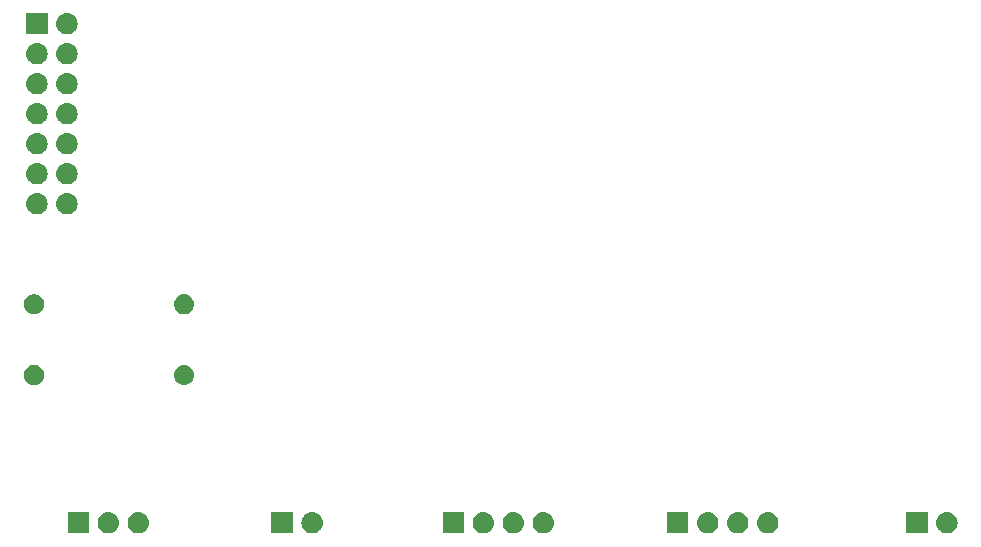
<source format=gbr>
G04 #@! TF.GenerationSoftware,KiCad,Pcbnew,(5.1.4)-1*
G04 #@! TF.CreationDate,2019-08-22T22:42:39+09:00*
G04 #@! TF.ProjectId,kagisys_shield,6b616769-7379-4735-9f73-6869656c642e,rev?*
G04 #@! TF.SameCoordinates,Original*
G04 #@! TF.FileFunction,Soldermask,Bot*
G04 #@! TF.FilePolarity,Negative*
%FSLAX46Y46*%
G04 Gerber Fmt 4.6, Leading zero omitted, Abs format (unit mm)*
G04 Created by KiCad (PCBNEW (5.1.4)-1) date 2019-08-22 22:42:39*
%MOMM*%
%LPD*%
G04 APERTURE LIST*
%ADD10C,0.100000*%
G04 APERTURE END LIST*
D10*
G36*
X159901000Y-99901000D02*
G01*
X158099000Y-99901000D01*
X158099000Y-98099000D01*
X159901000Y-98099000D01*
X159901000Y-99901000D01*
X159901000Y-99901000D01*
G37*
G36*
X161650442Y-98105518D02*
G01*
X161716627Y-98112037D01*
X161886466Y-98163557D01*
X162042991Y-98247222D01*
X162078729Y-98276552D01*
X162180186Y-98359814D01*
X162263448Y-98461271D01*
X162292778Y-98497009D01*
X162376443Y-98653534D01*
X162427963Y-98823373D01*
X162445359Y-99000000D01*
X162427963Y-99176627D01*
X162376443Y-99346466D01*
X162292778Y-99502991D01*
X162263448Y-99538729D01*
X162180186Y-99640186D01*
X162078729Y-99723448D01*
X162042991Y-99752778D01*
X161886466Y-99836443D01*
X161716627Y-99887963D01*
X161650443Y-99894481D01*
X161584260Y-99901000D01*
X161495740Y-99901000D01*
X161429557Y-99894481D01*
X161363373Y-99887963D01*
X161193534Y-99836443D01*
X161037009Y-99752778D01*
X161001271Y-99723448D01*
X160899814Y-99640186D01*
X160816552Y-99538729D01*
X160787222Y-99502991D01*
X160703557Y-99346466D01*
X160652037Y-99176627D01*
X160634641Y-99000000D01*
X160652037Y-98823373D01*
X160703557Y-98653534D01*
X160787222Y-98497009D01*
X160816552Y-98461271D01*
X160899814Y-98359814D01*
X161001271Y-98276552D01*
X161037009Y-98247222D01*
X161193534Y-98163557D01*
X161363373Y-98112037D01*
X161429558Y-98105518D01*
X161495740Y-98099000D01*
X161584260Y-98099000D01*
X161650442Y-98105518D01*
X161650442Y-98105518D01*
G37*
G36*
X164190442Y-98105518D02*
G01*
X164256627Y-98112037D01*
X164426466Y-98163557D01*
X164582991Y-98247222D01*
X164618729Y-98276552D01*
X164720186Y-98359814D01*
X164803448Y-98461271D01*
X164832778Y-98497009D01*
X164916443Y-98653534D01*
X164967963Y-98823373D01*
X164985359Y-99000000D01*
X164967963Y-99176627D01*
X164916443Y-99346466D01*
X164832778Y-99502991D01*
X164803448Y-99538729D01*
X164720186Y-99640186D01*
X164618729Y-99723448D01*
X164582991Y-99752778D01*
X164426466Y-99836443D01*
X164256627Y-99887963D01*
X164190443Y-99894481D01*
X164124260Y-99901000D01*
X164035740Y-99901000D01*
X163969557Y-99894481D01*
X163903373Y-99887963D01*
X163733534Y-99836443D01*
X163577009Y-99752778D01*
X163541271Y-99723448D01*
X163439814Y-99640186D01*
X163356552Y-99538729D01*
X163327222Y-99502991D01*
X163243557Y-99346466D01*
X163192037Y-99176627D01*
X163174641Y-99000000D01*
X163192037Y-98823373D01*
X163243557Y-98653534D01*
X163327222Y-98497009D01*
X163356552Y-98461271D01*
X163439814Y-98359814D01*
X163541271Y-98276552D01*
X163577009Y-98247222D01*
X163733534Y-98163557D01*
X163903373Y-98112037D01*
X163969558Y-98105518D01*
X164035740Y-98099000D01*
X164124260Y-98099000D01*
X164190442Y-98105518D01*
X164190442Y-98105518D01*
G37*
G36*
X166730442Y-98105518D02*
G01*
X166796627Y-98112037D01*
X166966466Y-98163557D01*
X167122991Y-98247222D01*
X167158729Y-98276552D01*
X167260186Y-98359814D01*
X167343448Y-98461271D01*
X167372778Y-98497009D01*
X167456443Y-98653534D01*
X167507963Y-98823373D01*
X167525359Y-99000000D01*
X167507963Y-99176627D01*
X167456443Y-99346466D01*
X167372778Y-99502991D01*
X167343448Y-99538729D01*
X167260186Y-99640186D01*
X167158729Y-99723448D01*
X167122991Y-99752778D01*
X166966466Y-99836443D01*
X166796627Y-99887963D01*
X166730443Y-99894481D01*
X166664260Y-99901000D01*
X166575740Y-99901000D01*
X166509557Y-99894481D01*
X166443373Y-99887963D01*
X166273534Y-99836443D01*
X166117009Y-99752778D01*
X166081271Y-99723448D01*
X165979814Y-99640186D01*
X165896552Y-99538729D01*
X165867222Y-99502991D01*
X165783557Y-99346466D01*
X165732037Y-99176627D01*
X165714641Y-99000000D01*
X165732037Y-98823373D01*
X165783557Y-98653534D01*
X165867222Y-98497009D01*
X165896552Y-98461271D01*
X165979814Y-98359814D01*
X166081271Y-98276552D01*
X166117009Y-98247222D01*
X166273534Y-98163557D01*
X166443373Y-98112037D01*
X166509558Y-98105518D01*
X166575740Y-98099000D01*
X166664260Y-98099000D01*
X166730442Y-98105518D01*
X166730442Y-98105518D01*
G37*
G36*
X181900442Y-98105518D02*
G01*
X181966627Y-98112037D01*
X182136466Y-98163557D01*
X182292991Y-98247222D01*
X182328729Y-98276552D01*
X182430186Y-98359814D01*
X182513448Y-98461271D01*
X182542778Y-98497009D01*
X182626443Y-98653534D01*
X182677963Y-98823373D01*
X182695359Y-99000000D01*
X182677963Y-99176627D01*
X182626443Y-99346466D01*
X182542778Y-99502991D01*
X182513448Y-99538729D01*
X182430186Y-99640186D01*
X182328729Y-99723448D01*
X182292991Y-99752778D01*
X182136466Y-99836443D01*
X181966627Y-99887963D01*
X181900443Y-99894481D01*
X181834260Y-99901000D01*
X181745740Y-99901000D01*
X181679557Y-99894481D01*
X181613373Y-99887963D01*
X181443534Y-99836443D01*
X181287009Y-99752778D01*
X181251271Y-99723448D01*
X181149814Y-99640186D01*
X181066552Y-99538729D01*
X181037222Y-99502991D01*
X180953557Y-99346466D01*
X180902037Y-99176627D01*
X180884641Y-99000000D01*
X180902037Y-98823373D01*
X180953557Y-98653534D01*
X181037222Y-98497009D01*
X181066552Y-98461271D01*
X181149814Y-98359814D01*
X181251271Y-98276552D01*
X181287009Y-98247222D01*
X181443534Y-98163557D01*
X181613373Y-98112037D01*
X181679558Y-98105518D01*
X181745740Y-98099000D01*
X181834260Y-98099000D01*
X181900442Y-98105518D01*
X181900442Y-98105518D01*
G37*
G36*
X128150442Y-98105518D02*
G01*
X128216627Y-98112037D01*
X128386466Y-98163557D01*
X128542991Y-98247222D01*
X128578729Y-98276552D01*
X128680186Y-98359814D01*
X128763448Y-98461271D01*
X128792778Y-98497009D01*
X128876443Y-98653534D01*
X128927963Y-98823373D01*
X128945359Y-99000000D01*
X128927963Y-99176627D01*
X128876443Y-99346466D01*
X128792778Y-99502991D01*
X128763448Y-99538729D01*
X128680186Y-99640186D01*
X128578729Y-99723448D01*
X128542991Y-99752778D01*
X128386466Y-99836443D01*
X128216627Y-99887963D01*
X128150443Y-99894481D01*
X128084260Y-99901000D01*
X127995740Y-99901000D01*
X127929557Y-99894481D01*
X127863373Y-99887963D01*
X127693534Y-99836443D01*
X127537009Y-99752778D01*
X127501271Y-99723448D01*
X127399814Y-99640186D01*
X127316552Y-99538729D01*
X127287222Y-99502991D01*
X127203557Y-99346466D01*
X127152037Y-99176627D01*
X127134641Y-99000000D01*
X127152037Y-98823373D01*
X127203557Y-98653534D01*
X127287222Y-98497009D01*
X127316552Y-98461271D01*
X127399814Y-98359814D01*
X127501271Y-98276552D01*
X127537009Y-98247222D01*
X127693534Y-98163557D01*
X127863373Y-98112037D01*
X127929558Y-98105518D01*
X127995740Y-98099000D01*
X128084260Y-98099000D01*
X128150442Y-98105518D01*
X128150442Y-98105518D01*
G37*
G36*
X126401000Y-99901000D02*
G01*
X124599000Y-99901000D01*
X124599000Y-98099000D01*
X126401000Y-98099000D01*
X126401000Y-99901000D01*
X126401000Y-99901000D01*
G37*
G36*
X113440442Y-98105518D02*
G01*
X113506627Y-98112037D01*
X113676466Y-98163557D01*
X113832991Y-98247222D01*
X113868729Y-98276552D01*
X113970186Y-98359814D01*
X114053448Y-98461271D01*
X114082778Y-98497009D01*
X114166443Y-98653534D01*
X114217963Y-98823373D01*
X114235359Y-99000000D01*
X114217963Y-99176627D01*
X114166443Y-99346466D01*
X114082778Y-99502991D01*
X114053448Y-99538729D01*
X113970186Y-99640186D01*
X113868729Y-99723448D01*
X113832991Y-99752778D01*
X113676466Y-99836443D01*
X113506627Y-99887963D01*
X113440443Y-99894481D01*
X113374260Y-99901000D01*
X113285740Y-99901000D01*
X113219557Y-99894481D01*
X113153373Y-99887963D01*
X112983534Y-99836443D01*
X112827009Y-99752778D01*
X112791271Y-99723448D01*
X112689814Y-99640186D01*
X112606552Y-99538729D01*
X112577222Y-99502991D01*
X112493557Y-99346466D01*
X112442037Y-99176627D01*
X112424641Y-99000000D01*
X112442037Y-98823373D01*
X112493557Y-98653534D01*
X112577222Y-98497009D01*
X112606552Y-98461271D01*
X112689814Y-98359814D01*
X112791271Y-98276552D01*
X112827009Y-98247222D01*
X112983534Y-98163557D01*
X113153373Y-98112037D01*
X113219558Y-98105518D01*
X113285740Y-98099000D01*
X113374260Y-98099000D01*
X113440442Y-98105518D01*
X113440442Y-98105518D01*
G37*
G36*
X110900442Y-98105518D02*
G01*
X110966627Y-98112037D01*
X111136466Y-98163557D01*
X111292991Y-98247222D01*
X111328729Y-98276552D01*
X111430186Y-98359814D01*
X111513448Y-98461271D01*
X111542778Y-98497009D01*
X111626443Y-98653534D01*
X111677963Y-98823373D01*
X111695359Y-99000000D01*
X111677963Y-99176627D01*
X111626443Y-99346466D01*
X111542778Y-99502991D01*
X111513448Y-99538729D01*
X111430186Y-99640186D01*
X111328729Y-99723448D01*
X111292991Y-99752778D01*
X111136466Y-99836443D01*
X110966627Y-99887963D01*
X110900443Y-99894481D01*
X110834260Y-99901000D01*
X110745740Y-99901000D01*
X110679557Y-99894481D01*
X110613373Y-99887963D01*
X110443534Y-99836443D01*
X110287009Y-99752778D01*
X110251271Y-99723448D01*
X110149814Y-99640186D01*
X110066552Y-99538729D01*
X110037222Y-99502991D01*
X109953557Y-99346466D01*
X109902037Y-99176627D01*
X109884641Y-99000000D01*
X109902037Y-98823373D01*
X109953557Y-98653534D01*
X110037222Y-98497009D01*
X110066552Y-98461271D01*
X110149814Y-98359814D01*
X110251271Y-98276552D01*
X110287009Y-98247222D01*
X110443534Y-98163557D01*
X110613373Y-98112037D01*
X110679558Y-98105518D01*
X110745740Y-98099000D01*
X110834260Y-98099000D01*
X110900442Y-98105518D01*
X110900442Y-98105518D01*
G37*
G36*
X109151000Y-99901000D02*
G01*
X107349000Y-99901000D01*
X107349000Y-98099000D01*
X109151000Y-98099000D01*
X109151000Y-99901000D01*
X109151000Y-99901000D01*
G37*
G36*
X147730442Y-98105518D02*
G01*
X147796627Y-98112037D01*
X147966466Y-98163557D01*
X148122991Y-98247222D01*
X148158729Y-98276552D01*
X148260186Y-98359814D01*
X148343448Y-98461271D01*
X148372778Y-98497009D01*
X148456443Y-98653534D01*
X148507963Y-98823373D01*
X148525359Y-99000000D01*
X148507963Y-99176627D01*
X148456443Y-99346466D01*
X148372778Y-99502991D01*
X148343448Y-99538729D01*
X148260186Y-99640186D01*
X148158729Y-99723448D01*
X148122991Y-99752778D01*
X147966466Y-99836443D01*
X147796627Y-99887963D01*
X147730443Y-99894481D01*
X147664260Y-99901000D01*
X147575740Y-99901000D01*
X147509557Y-99894481D01*
X147443373Y-99887963D01*
X147273534Y-99836443D01*
X147117009Y-99752778D01*
X147081271Y-99723448D01*
X146979814Y-99640186D01*
X146896552Y-99538729D01*
X146867222Y-99502991D01*
X146783557Y-99346466D01*
X146732037Y-99176627D01*
X146714641Y-99000000D01*
X146732037Y-98823373D01*
X146783557Y-98653534D01*
X146867222Y-98497009D01*
X146896552Y-98461271D01*
X146979814Y-98359814D01*
X147081271Y-98276552D01*
X147117009Y-98247222D01*
X147273534Y-98163557D01*
X147443373Y-98112037D01*
X147509558Y-98105518D01*
X147575740Y-98099000D01*
X147664260Y-98099000D01*
X147730442Y-98105518D01*
X147730442Y-98105518D01*
G37*
G36*
X145190442Y-98105518D02*
G01*
X145256627Y-98112037D01*
X145426466Y-98163557D01*
X145582991Y-98247222D01*
X145618729Y-98276552D01*
X145720186Y-98359814D01*
X145803448Y-98461271D01*
X145832778Y-98497009D01*
X145916443Y-98653534D01*
X145967963Y-98823373D01*
X145985359Y-99000000D01*
X145967963Y-99176627D01*
X145916443Y-99346466D01*
X145832778Y-99502991D01*
X145803448Y-99538729D01*
X145720186Y-99640186D01*
X145618729Y-99723448D01*
X145582991Y-99752778D01*
X145426466Y-99836443D01*
X145256627Y-99887963D01*
X145190443Y-99894481D01*
X145124260Y-99901000D01*
X145035740Y-99901000D01*
X144969557Y-99894481D01*
X144903373Y-99887963D01*
X144733534Y-99836443D01*
X144577009Y-99752778D01*
X144541271Y-99723448D01*
X144439814Y-99640186D01*
X144356552Y-99538729D01*
X144327222Y-99502991D01*
X144243557Y-99346466D01*
X144192037Y-99176627D01*
X144174641Y-99000000D01*
X144192037Y-98823373D01*
X144243557Y-98653534D01*
X144327222Y-98497009D01*
X144356552Y-98461271D01*
X144439814Y-98359814D01*
X144541271Y-98276552D01*
X144577009Y-98247222D01*
X144733534Y-98163557D01*
X144903373Y-98112037D01*
X144969558Y-98105518D01*
X145035740Y-98099000D01*
X145124260Y-98099000D01*
X145190442Y-98105518D01*
X145190442Y-98105518D01*
G37*
G36*
X142650442Y-98105518D02*
G01*
X142716627Y-98112037D01*
X142886466Y-98163557D01*
X143042991Y-98247222D01*
X143078729Y-98276552D01*
X143180186Y-98359814D01*
X143263448Y-98461271D01*
X143292778Y-98497009D01*
X143376443Y-98653534D01*
X143427963Y-98823373D01*
X143445359Y-99000000D01*
X143427963Y-99176627D01*
X143376443Y-99346466D01*
X143292778Y-99502991D01*
X143263448Y-99538729D01*
X143180186Y-99640186D01*
X143078729Y-99723448D01*
X143042991Y-99752778D01*
X142886466Y-99836443D01*
X142716627Y-99887963D01*
X142650443Y-99894481D01*
X142584260Y-99901000D01*
X142495740Y-99901000D01*
X142429557Y-99894481D01*
X142363373Y-99887963D01*
X142193534Y-99836443D01*
X142037009Y-99752778D01*
X142001271Y-99723448D01*
X141899814Y-99640186D01*
X141816552Y-99538729D01*
X141787222Y-99502991D01*
X141703557Y-99346466D01*
X141652037Y-99176627D01*
X141634641Y-99000000D01*
X141652037Y-98823373D01*
X141703557Y-98653534D01*
X141787222Y-98497009D01*
X141816552Y-98461271D01*
X141899814Y-98359814D01*
X142001271Y-98276552D01*
X142037009Y-98247222D01*
X142193534Y-98163557D01*
X142363373Y-98112037D01*
X142429558Y-98105518D01*
X142495740Y-98099000D01*
X142584260Y-98099000D01*
X142650442Y-98105518D01*
X142650442Y-98105518D01*
G37*
G36*
X140901000Y-99901000D02*
G01*
X139099000Y-99901000D01*
X139099000Y-98099000D01*
X140901000Y-98099000D01*
X140901000Y-99901000D01*
X140901000Y-99901000D01*
G37*
G36*
X180151000Y-99901000D02*
G01*
X178349000Y-99901000D01*
X178349000Y-98099000D01*
X180151000Y-98099000D01*
X180151000Y-99901000D01*
X180151000Y-99901000D01*
G37*
G36*
X104748228Y-85681703D02*
G01*
X104903100Y-85745853D01*
X105042481Y-85838985D01*
X105161015Y-85957519D01*
X105254147Y-86096900D01*
X105318297Y-86251772D01*
X105351000Y-86416184D01*
X105351000Y-86583816D01*
X105318297Y-86748228D01*
X105254147Y-86903100D01*
X105161015Y-87042481D01*
X105042481Y-87161015D01*
X104903100Y-87254147D01*
X104748228Y-87318297D01*
X104583816Y-87351000D01*
X104416184Y-87351000D01*
X104251772Y-87318297D01*
X104096900Y-87254147D01*
X103957519Y-87161015D01*
X103838985Y-87042481D01*
X103745853Y-86903100D01*
X103681703Y-86748228D01*
X103649000Y-86583816D01*
X103649000Y-86416184D01*
X103681703Y-86251772D01*
X103745853Y-86096900D01*
X103838985Y-85957519D01*
X103957519Y-85838985D01*
X104096900Y-85745853D01*
X104251772Y-85681703D01*
X104416184Y-85649000D01*
X104583816Y-85649000D01*
X104748228Y-85681703D01*
X104748228Y-85681703D01*
G37*
G36*
X117366823Y-85661313D02*
G01*
X117527242Y-85709976D01*
X117594361Y-85745852D01*
X117675078Y-85788996D01*
X117804659Y-85895341D01*
X117911004Y-86024922D01*
X117911005Y-86024924D01*
X117990024Y-86172758D01*
X118038687Y-86333177D01*
X118055117Y-86500000D01*
X118038687Y-86666823D01*
X117990024Y-86827242D01*
X117949477Y-86903100D01*
X117911004Y-86975078D01*
X117804659Y-87104659D01*
X117675078Y-87211004D01*
X117675076Y-87211005D01*
X117527242Y-87290024D01*
X117366823Y-87338687D01*
X117241804Y-87351000D01*
X117158196Y-87351000D01*
X117033177Y-87338687D01*
X116872758Y-87290024D01*
X116724924Y-87211005D01*
X116724922Y-87211004D01*
X116595341Y-87104659D01*
X116488996Y-86975078D01*
X116450523Y-86903100D01*
X116409976Y-86827242D01*
X116361313Y-86666823D01*
X116344883Y-86500000D01*
X116361313Y-86333177D01*
X116409976Y-86172758D01*
X116488995Y-86024924D01*
X116488996Y-86024922D01*
X116595341Y-85895341D01*
X116724922Y-85788996D01*
X116805639Y-85745852D01*
X116872758Y-85709976D01*
X117033177Y-85661313D01*
X117158196Y-85649000D01*
X117241804Y-85649000D01*
X117366823Y-85661313D01*
X117366823Y-85661313D01*
G37*
G36*
X104748228Y-79681703D02*
G01*
X104903100Y-79745853D01*
X105042481Y-79838985D01*
X105161015Y-79957519D01*
X105254147Y-80096900D01*
X105318297Y-80251772D01*
X105351000Y-80416184D01*
X105351000Y-80583816D01*
X105318297Y-80748228D01*
X105254147Y-80903100D01*
X105161015Y-81042481D01*
X105042481Y-81161015D01*
X104903100Y-81254147D01*
X104748228Y-81318297D01*
X104583816Y-81351000D01*
X104416184Y-81351000D01*
X104251772Y-81318297D01*
X104096900Y-81254147D01*
X103957519Y-81161015D01*
X103838985Y-81042481D01*
X103745853Y-80903100D01*
X103681703Y-80748228D01*
X103649000Y-80583816D01*
X103649000Y-80416184D01*
X103681703Y-80251772D01*
X103745853Y-80096900D01*
X103838985Y-79957519D01*
X103957519Y-79838985D01*
X104096900Y-79745853D01*
X104251772Y-79681703D01*
X104416184Y-79649000D01*
X104583816Y-79649000D01*
X104748228Y-79681703D01*
X104748228Y-79681703D01*
G37*
G36*
X117366823Y-79661313D02*
G01*
X117527242Y-79709976D01*
X117594361Y-79745852D01*
X117675078Y-79788996D01*
X117804659Y-79895341D01*
X117911004Y-80024922D01*
X117911005Y-80024924D01*
X117990024Y-80172758D01*
X118038687Y-80333177D01*
X118055117Y-80500000D01*
X118038687Y-80666823D01*
X117990024Y-80827242D01*
X117949477Y-80903100D01*
X117911004Y-80975078D01*
X117804659Y-81104659D01*
X117675078Y-81211004D01*
X117675076Y-81211005D01*
X117527242Y-81290024D01*
X117366823Y-81338687D01*
X117241804Y-81351000D01*
X117158196Y-81351000D01*
X117033177Y-81338687D01*
X116872758Y-81290024D01*
X116724924Y-81211005D01*
X116724922Y-81211004D01*
X116595341Y-81104659D01*
X116488996Y-80975078D01*
X116450523Y-80903100D01*
X116409976Y-80827242D01*
X116361313Y-80666823D01*
X116344883Y-80500000D01*
X116361313Y-80333177D01*
X116409976Y-80172758D01*
X116488995Y-80024924D01*
X116488996Y-80024922D01*
X116595341Y-79895341D01*
X116724922Y-79788996D01*
X116805639Y-79745852D01*
X116872758Y-79709976D01*
X117033177Y-79661313D01*
X117158196Y-79649000D01*
X117241804Y-79649000D01*
X117366823Y-79661313D01*
X117366823Y-79661313D01*
G37*
G36*
X104860442Y-71095518D02*
G01*
X104926627Y-71102037D01*
X105096466Y-71153557D01*
X105252991Y-71237222D01*
X105288729Y-71266552D01*
X105390186Y-71349814D01*
X105473448Y-71451271D01*
X105502778Y-71487009D01*
X105586443Y-71643534D01*
X105637963Y-71813373D01*
X105655359Y-71990000D01*
X105637963Y-72166627D01*
X105586443Y-72336466D01*
X105502778Y-72492991D01*
X105473448Y-72528729D01*
X105390186Y-72630186D01*
X105288729Y-72713448D01*
X105252991Y-72742778D01*
X105096466Y-72826443D01*
X104926627Y-72877963D01*
X104860443Y-72884481D01*
X104794260Y-72891000D01*
X104705740Y-72891000D01*
X104639557Y-72884481D01*
X104573373Y-72877963D01*
X104403534Y-72826443D01*
X104247009Y-72742778D01*
X104211271Y-72713448D01*
X104109814Y-72630186D01*
X104026552Y-72528729D01*
X103997222Y-72492991D01*
X103913557Y-72336466D01*
X103862037Y-72166627D01*
X103844641Y-71990000D01*
X103862037Y-71813373D01*
X103913557Y-71643534D01*
X103997222Y-71487009D01*
X104026552Y-71451271D01*
X104109814Y-71349814D01*
X104211271Y-71266552D01*
X104247009Y-71237222D01*
X104403534Y-71153557D01*
X104573373Y-71102037D01*
X104639558Y-71095518D01*
X104705740Y-71089000D01*
X104794260Y-71089000D01*
X104860442Y-71095518D01*
X104860442Y-71095518D01*
G37*
G36*
X107400442Y-71095518D02*
G01*
X107466627Y-71102037D01*
X107636466Y-71153557D01*
X107792991Y-71237222D01*
X107828729Y-71266552D01*
X107930186Y-71349814D01*
X108013448Y-71451271D01*
X108042778Y-71487009D01*
X108126443Y-71643534D01*
X108177963Y-71813373D01*
X108195359Y-71990000D01*
X108177963Y-72166627D01*
X108126443Y-72336466D01*
X108042778Y-72492991D01*
X108013448Y-72528729D01*
X107930186Y-72630186D01*
X107828729Y-72713448D01*
X107792991Y-72742778D01*
X107636466Y-72826443D01*
X107466627Y-72877963D01*
X107400443Y-72884481D01*
X107334260Y-72891000D01*
X107245740Y-72891000D01*
X107179557Y-72884481D01*
X107113373Y-72877963D01*
X106943534Y-72826443D01*
X106787009Y-72742778D01*
X106751271Y-72713448D01*
X106649814Y-72630186D01*
X106566552Y-72528729D01*
X106537222Y-72492991D01*
X106453557Y-72336466D01*
X106402037Y-72166627D01*
X106384641Y-71990000D01*
X106402037Y-71813373D01*
X106453557Y-71643534D01*
X106537222Y-71487009D01*
X106566552Y-71451271D01*
X106649814Y-71349814D01*
X106751271Y-71266552D01*
X106787009Y-71237222D01*
X106943534Y-71153557D01*
X107113373Y-71102037D01*
X107179558Y-71095518D01*
X107245740Y-71089000D01*
X107334260Y-71089000D01*
X107400442Y-71095518D01*
X107400442Y-71095518D01*
G37*
G36*
X104860442Y-68555518D02*
G01*
X104926627Y-68562037D01*
X105096466Y-68613557D01*
X105252991Y-68697222D01*
X105288729Y-68726552D01*
X105390186Y-68809814D01*
X105473448Y-68911271D01*
X105502778Y-68947009D01*
X105586443Y-69103534D01*
X105637963Y-69273373D01*
X105655359Y-69450000D01*
X105637963Y-69626627D01*
X105586443Y-69796466D01*
X105502778Y-69952991D01*
X105473448Y-69988729D01*
X105390186Y-70090186D01*
X105288729Y-70173448D01*
X105252991Y-70202778D01*
X105096466Y-70286443D01*
X104926627Y-70337963D01*
X104860442Y-70344482D01*
X104794260Y-70351000D01*
X104705740Y-70351000D01*
X104639558Y-70344482D01*
X104573373Y-70337963D01*
X104403534Y-70286443D01*
X104247009Y-70202778D01*
X104211271Y-70173448D01*
X104109814Y-70090186D01*
X104026552Y-69988729D01*
X103997222Y-69952991D01*
X103913557Y-69796466D01*
X103862037Y-69626627D01*
X103844641Y-69450000D01*
X103862037Y-69273373D01*
X103913557Y-69103534D01*
X103997222Y-68947009D01*
X104026552Y-68911271D01*
X104109814Y-68809814D01*
X104211271Y-68726552D01*
X104247009Y-68697222D01*
X104403534Y-68613557D01*
X104573373Y-68562037D01*
X104639558Y-68555518D01*
X104705740Y-68549000D01*
X104794260Y-68549000D01*
X104860442Y-68555518D01*
X104860442Y-68555518D01*
G37*
G36*
X107400442Y-68555518D02*
G01*
X107466627Y-68562037D01*
X107636466Y-68613557D01*
X107792991Y-68697222D01*
X107828729Y-68726552D01*
X107930186Y-68809814D01*
X108013448Y-68911271D01*
X108042778Y-68947009D01*
X108126443Y-69103534D01*
X108177963Y-69273373D01*
X108195359Y-69450000D01*
X108177963Y-69626627D01*
X108126443Y-69796466D01*
X108042778Y-69952991D01*
X108013448Y-69988729D01*
X107930186Y-70090186D01*
X107828729Y-70173448D01*
X107792991Y-70202778D01*
X107636466Y-70286443D01*
X107466627Y-70337963D01*
X107400442Y-70344482D01*
X107334260Y-70351000D01*
X107245740Y-70351000D01*
X107179558Y-70344482D01*
X107113373Y-70337963D01*
X106943534Y-70286443D01*
X106787009Y-70202778D01*
X106751271Y-70173448D01*
X106649814Y-70090186D01*
X106566552Y-69988729D01*
X106537222Y-69952991D01*
X106453557Y-69796466D01*
X106402037Y-69626627D01*
X106384641Y-69450000D01*
X106402037Y-69273373D01*
X106453557Y-69103534D01*
X106537222Y-68947009D01*
X106566552Y-68911271D01*
X106649814Y-68809814D01*
X106751271Y-68726552D01*
X106787009Y-68697222D01*
X106943534Y-68613557D01*
X107113373Y-68562037D01*
X107179558Y-68555518D01*
X107245740Y-68549000D01*
X107334260Y-68549000D01*
X107400442Y-68555518D01*
X107400442Y-68555518D01*
G37*
G36*
X104860443Y-66015519D02*
G01*
X104926627Y-66022037D01*
X105096466Y-66073557D01*
X105252991Y-66157222D01*
X105288729Y-66186552D01*
X105390186Y-66269814D01*
X105473448Y-66371271D01*
X105502778Y-66407009D01*
X105586443Y-66563534D01*
X105637963Y-66733373D01*
X105655359Y-66910000D01*
X105637963Y-67086627D01*
X105586443Y-67256466D01*
X105502778Y-67412991D01*
X105473448Y-67448729D01*
X105390186Y-67550186D01*
X105288729Y-67633448D01*
X105252991Y-67662778D01*
X105096466Y-67746443D01*
X104926627Y-67797963D01*
X104860442Y-67804482D01*
X104794260Y-67811000D01*
X104705740Y-67811000D01*
X104639558Y-67804482D01*
X104573373Y-67797963D01*
X104403534Y-67746443D01*
X104247009Y-67662778D01*
X104211271Y-67633448D01*
X104109814Y-67550186D01*
X104026552Y-67448729D01*
X103997222Y-67412991D01*
X103913557Y-67256466D01*
X103862037Y-67086627D01*
X103844641Y-66910000D01*
X103862037Y-66733373D01*
X103913557Y-66563534D01*
X103997222Y-66407009D01*
X104026552Y-66371271D01*
X104109814Y-66269814D01*
X104211271Y-66186552D01*
X104247009Y-66157222D01*
X104403534Y-66073557D01*
X104573373Y-66022037D01*
X104639557Y-66015519D01*
X104705740Y-66009000D01*
X104794260Y-66009000D01*
X104860443Y-66015519D01*
X104860443Y-66015519D01*
G37*
G36*
X107400443Y-66015519D02*
G01*
X107466627Y-66022037D01*
X107636466Y-66073557D01*
X107792991Y-66157222D01*
X107828729Y-66186552D01*
X107930186Y-66269814D01*
X108013448Y-66371271D01*
X108042778Y-66407009D01*
X108126443Y-66563534D01*
X108177963Y-66733373D01*
X108195359Y-66910000D01*
X108177963Y-67086627D01*
X108126443Y-67256466D01*
X108042778Y-67412991D01*
X108013448Y-67448729D01*
X107930186Y-67550186D01*
X107828729Y-67633448D01*
X107792991Y-67662778D01*
X107636466Y-67746443D01*
X107466627Y-67797963D01*
X107400442Y-67804482D01*
X107334260Y-67811000D01*
X107245740Y-67811000D01*
X107179558Y-67804482D01*
X107113373Y-67797963D01*
X106943534Y-67746443D01*
X106787009Y-67662778D01*
X106751271Y-67633448D01*
X106649814Y-67550186D01*
X106566552Y-67448729D01*
X106537222Y-67412991D01*
X106453557Y-67256466D01*
X106402037Y-67086627D01*
X106384641Y-66910000D01*
X106402037Y-66733373D01*
X106453557Y-66563534D01*
X106537222Y-66407009D01*
X106566552Y-66371271D01*
X106649814Y-66269814D01*
X106751271Y-66186552D01*
X106787009Y-66157222D01*
X106943534Y-66073557D01*
X107113373Y-66022037D01*
X107179557Y-66015519D01*
X107245740Y-66009000D01*
X107334260Y-66009000D01*
X107400443Y-66015519D01*
X107400443Y-66015519D01*
G37*
G36*
X107400443Y-63475519D02*
G01*
X107466627Y-63482037D01*
X107636466Y-63533557D01*
X107792991Y-63617222D01*
X107828729Y-63646552D01*
X107930186Y-63729814D01*
X108013448Y-63831271D01*
X108042778Y-63867009D01*
X108126443Y-64023534D01*
X108177963Y-64193373D01*
X108195359Y-64370000D01*
X108177963Y-64546627D01*
X108126443Y-64716466D01*
X108042778Y-64872991D01*
X108013448Y-64908729D01*
X107930186Y-65010186D01*
X107828729Y-65093448D01*
X107792991Y-65122778D01*
X107636466Y-65206443D01*
X107466627Y-65257963D01*
X107400443Y-65264481D01*
X107334260Y-65271000D01*
X107245740Y-65271000D01*
X107179557Y-65264481D01*
X107113373Y-65257963D01*
X106943534Y-65206443D01*
X106787009Y-65122778D01*
X106751271Y-65093448D01*
X106649814Y-65010186D01*
X106566552Y-64908729D01*
X106537222Y-64872991D01*
X106453557Y-64716466D01*
X106402037Y-64546627D01*
X106384641Y-64370000D01*
X106402037Y-64193373D01*
X106453557Y-64023534D01*
X106537222Y-63867009D01*
X106566552Y-63831271D01*
X106649814Y-63729814D01*
X106751271Y-63646552D01*
X106787009Y-63617222D01*
X106943534Y-63533557D01*
X107113373Y-63482037D01*
X107179557Y-63475519D01*
X107245740Y-63469000D01*
X107334260Y-63469000D01*
X107400443Y-63475519D01*
X107400443Y-63475519D01*
G37*
G36*
X104860443Y-63475519D02*
G01*
X104926627Y-63482037D01*
X105096466Y-63533557D01*
X105252991Y-63617222D01*
X105288729Y-63646552D01*
X105390186Y-63729814D01*
X105473448Y-63831271D01*
X105502778Y-63867009D01*
X105586443Y-64023534D01*
X105637963Y-64193373D01*
X105655359Y-64370000D01*
X105637963Y-64546627D01*
X105586443Y-64716466D01*
X105502778Y-64872991D01*
X105473448Y-64908729D01*
X105390186Y-65010186D01*
X105288729Y-65093448D01*
X105252991Y-65122778D01*
X105096466Y-65206443D01*
X104926627Y-65257963D01*
X104860443Y-65264481D01*
X104794260Y-65271000D01*
X104705740Y-65271000D01*
X104639557Y-65264481D01*
X104573373Y-65257963D01*
X104403534Y-65206443D01*
X104247009Y-65122778D01*
X104211271Y-65093448D01*
X104109814Y-65010186D01*
X104026552Y-64908729D01*
X103997222Y-64872991D01*
X103913557Y-64716466D01*
X103862037Y-64546627D01*
X103844641Y-64370000D01*
X103862037Y-64193373D01*
X103913557Y-64023534D01*
X103997222Y-63867009D01*
X104026552Y-63831271D01*
X104109814Y-63729814D01*
X104211271Y-63646552D01*
X104247009Y-63617222D01*
X104403534Y-63533557D01*
X104573373Y-63482037D01*
X104639557Y-63475519D01*
X104705740Y-63469000D01*
X104794260Y-63469000D01*
X104860443Y-63475519D01*
X104860443Y-63475519D01*
G37*
G36*
X104860443Y-60935519D02*
G01*
X104926627Y-60942037D01*
X105096466Y-60993557D01*
X105252991Y-61077222D01*
X105288729Y-61106552D01*
X105390186Y-61189814D01*
X105473448Y-61291271D01*
X105502778Y-61327009D01*
X105586443Y-61483534D01*
X105637963Y-61653373D01*
X105655359Y-61830000D01*
X105637963Y-62006627D01*
X105586443Y-62176466D01*
X105502778Y-62332991D01*
X105473448Y-62368729D01*
X105390186Y-62470186D01*
X105288729Y-62553448D01*
X105252991Y-62582778D01*
X105096466Y-62666443D01*
X104926627Y-62717963D01*
X104860443Y-62724481D01*
X104794260Y-62731000D01*
X104705740Y-62731000D01*
X104639557Y-62724481D01*
X104573373Y-62717963D01*
X104403534Y-62666443D01*
X104247009Y-62582778D01*
X104211271Y-62553448D01*
X104109814Y-62470186D01*
X104026552Y-62368729D01*
X103997222Y-62332991D01*
X103913557Y-62176466D01*
X103862037Y-62006627D01*
X103844641Y-61830000D01*
X103862037Y-61653373D01*
X103913557Y-61483534D01*
X103997222Y-61327009D01*
X104026552Y-61291271D01*
X104109814Y-61189814D01*
X104211271Y-61106552D01*
X104247009Y-61077222D01*
X104403534Y-60993557D01*
X104573373Y-60942037D01*
X104639557Y-60935519D01*
X104705740Y-60929000D01*
X104794260Y-60929000D01*
X104860443Y-60935519D01*
X104860443Y-60935519D01*
G37*
G36*
X107400443Y-60935519D02*
G01*
X107466627Y-60942037D01*
X107636466Y-60993557D01*
X107792991Y-61077222D01*
X107828729Y-61106552D01*
X107930186Y-61189814D01*
X108013448Y-61291271D01*
X108042778Y-61327009D01*
X108126443Y-61483534D01*
X108177963Y-61653373D01*
X108195359Y-61830000D01*
X108177963Y-62006627D01*
X108126443Y-62176466D01*
X108042778Y-62332991D01*
X108013448Y-62368729D01*
X107930186Y-62470186D01*
X107828729Y-62553448D01*
X107792991Y-62582778D01*
X107636466Y-62666443D01*
X107466627Y-62717963D01*
X107400443Y-62724481D01*
X107334260Y-62731000D01*
X107245740Y-62731000D01*
X107179557Y-62724481D01*
X107113373Y-62717963D01*
X106943534Y-62666443D01*
X106787009Y-62582778D01*
X106751271Y-62553448D01*
X106649814Y-62470186D01*
X106566552Y-62368729D01*
X106537222Y-62332991D01*
X106453557Y-62176466D01*
X106402037Y-62006627D01*
X106384641Y-61830000D01*
X106402037Y-61653373D01*
X106453557Y-61483534D01*
X106537222Y-61327009D01*
X106566552Y-61291271D01*
X106649814Y-61189814D01*
X106751271Y-61106552D01*
X106787009Y-61077222D01*
X106943534Y-60993557D01*
X107113373Y-60942037D01*
X107179557Y-60935519D01*
X107245740Y-60929000D01*
X107334260Y-60929000D01*
X107400443Y-60935519D01*
X107400443Y-60935519D01*
G37*
G36*
X107400442Y-58395518D02*
G01*
X107466627Y-58402037D01*
X107636466Y-58453557D01*
X107792991Y-58537222D01*
X107828729Y-58566552D01*
X107930186Y-58649814D01*
X108013448Y-58751271D01*
X108042778Y-58787009D01*
X108126443Y-58943534D01*
X108177963Y-59113373D01*
X108195359Y-59290000D01*
X108177963Y-59466627D01*
X108126443Y-59636466D01*
X108042778Y-59792991D01*
X108013448Y-59828729D01*
X107930186Y-59930186D01*
X107828729Y-60013448D01*
X107792991Y-60042778D01*
X107636466Y-60126443D01*
X107466627Y-60177963D01*
X107400442Y-60184482D01*
X107334260Y-60191000D01*
X107245740Y-60191000D01*
X107179558Y-60184482D01*
X107113373Y-60177963D01*
X106943534Y-60126443D01*
X106787009Y-60042778D01*
X106751271Y-60013448D01*
X106649814Y-59930186D01*
X106566552Y-59828729D01*
X106537222Y-59792991D01*
X106453557Y-59636466D01*
X106402037Y-59466627D01*
X106384641Y-59290000D01*
X106402037Y-59113373D01*
X106453557Y-58943534D01*
X106537222Y-58787009D01*
X106566552Y-58751271D01*
X106649814Y-58649814D01*
X106751271Y-58566552D01*
X106787009Y-58537222D01*
X106943534Y-58453557D01*
X107113373Y-58402037D01*
X107179558Y-58395518D01*
X107245740Y-58389000D01*
X107334260Y-58389000D01*
X107400442Y-58395518D01*
X107400442Y-58395518D01*
G37*
G36*
X104860442Y-58395518D02*
G01*
X104926627Y-58402037D01*
X105096466Y-58453557D01*
X105252991Y-58537222D01*
X105288729Y-58566552D01*
X105390186Y-58649814D01*
X105473448Y-58751271D01*
X105502778Y-58787009D01*
X105586443Y-58943534D01*
X105637963Y-59113373D01*
X105655359Y-59290000D01*
X105637963Y-59466627D01*
X105586443Y-59636466D01*
X105502778Y-59792991D01*
X105473448Y-59828729D01*
X105390186Y-59930186D01*
X105288729Y-60013448D01*
X105252991Y-60042778D01*
X105096466Y-60126443D01*
X104926627Y-60177963D01*
X104860442Y-60184482D01*
X104794260Y-60191000D01*
X104705740Y-60191000D01*
X104639558Y-60184482D01*
X104573373Y-60177963D01*
X104403534Y-60126443D01*
X104247009Y-60042778D01*
X104211271Y-60013448D01*
X104109814Y-59930186D01*
X104026552Y-59828729D01*
X103997222Y-59792991D01*
X103913557Y-59636466D01*
X103862037Y-59466627D01*
X103844641Y-59290000D01*
X103862037Y-59113373D01*
X103913557Y-58943534D01*
X103997222Y-58787009D01*
X104026552Y-58751271D01*
X104109814Y-58649814D01*
X104211271Y-58566552D01*
X104247009Y-58537222D01*
X104403534Y-58453557D01*
X104573373Y-58402037D01*
X104639558Y-58395518D01*
X104705740Y-58389000D01*
X104794260Y-58389000D01*
X104860442Y-58395518D01*
X104860442Y-58395518D01*
G37*
G36*
X107400443Y-55855519D02*
G01*
X107466627Y-55862037D01*
X107636466Y-55913557D01*
X107792991Y-55997222D01*
X107828729Y-56026552D01*
X107930186Y-56109814D01*
X108013448Y-56211271D01*
X108042778Y-56247009D01*
X108126443Y-56403534D01*
X108177963Y-56573373D01*
X108195359Y-56750000D01*
X108177963Y-56926627D01*
X108126443Y-57096466D01*
X108042778Y-57252991D01*
X108013448Y-57288729D01*
X107930186Y-57390186D01*
X107828729Y-57473448D01*
X107792991Y-57502778D01*
X107636466Y-57586443D01*
X107466627Y-57637963D01*
X107400442Y-57644482D01*
X107334260Y-57651000D01*
X107245740Y-57651000D01*
X107179558Y-57644482D01*
X107113373Y-57637963D01*
X106943534Y-57586443D01*
X106787009Y-57502778D01*
X106751271Y-57473448D01*
X106649814Y-57390186D01*
X106566552Y-57288729D01*
X106537222Y-57252991D01*
X106453557Y-57096466D01*
X106402037Y-56926627D01*
X106384641Y-56750000D01*
X106402037Y-56573373D01*
X106453557Y-56403534D01*
X106537222Y-56247009D01*
X106566552Y-56211271D01*
X106649814Y-56109814D01*
X106751271Y-56026552D01*
X106787009Y-55997222D01*
X106943534Y-55913557D01*
X107113373Y-55862037D01*
X107179557Y-55855519D01*
X107245740Y-55849000D01*
X107334260Y-55849000D01*
X107400443Y-55855519D01*
X107400443Y-55855519D01*
G37*
G36*
X105651000Y-57651000D02*
G01*
X103849000Y-57651000D01*
X103849000Y-55849000D01*
X105651000Y-55849000D01*
X105651000Y-57651000D01*
X105651000Y-57651000D01*
G37*
M02*

</source>
